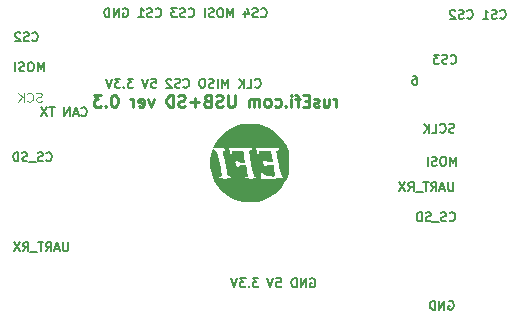
<source format=gbo>
G04 (created by PCBNEW (2013-07-07 BZR 4022)-stable) date 05/03/2014 08:07:49*
%MOIN*%
G04 Gerber Fmt 3.4, Leading zero omitted, Abs format*
%FSLAX34Y34*%
G01*
G70*
G90*
G04 APERTURE LIST*
%ADD10C,0.00590551*%
%ADD11C,0.004925*%
%ADD12C,0.005*%
%ADD13C,0.00984252*%
%ADD14C,0.0001*%
G04 APERTURE END LIST*
G54D10*
G54D11*
X72405Y-63127D02*
X72362Y-63141D01*
X72291Y-63141D01*
X72262Y-63127D01*
X72248Y-63112D01*
X72234Y-63084D01*
X72234Y-63055D01*
X72248Y-63027D01*
X72262Y-63012D01*
X72291Y-62998D01*
X72348Y-62984D01*
X72377Y-62970D01*
X72391Y-62955D01*
X72405Y-62927D01*
X72405Y-62898D01*
X72391Y-62870D01*
X72377Y-62855D01*
X72348Y-62841D01*
X72277Y-62841D01*
X72234Y-62855D01*
X71934Y-63112D02*
X71948Y-63127D01*
X71991Y-63141D01*
X72020Y-63141D01*
X72062Y-63127D01*
X72091Y-63098D01*
X72105Y-63070D01*
X72120Y-63012D01*
X72120Y-62970D01*
X72105Y-62912D01*
X72091Y-62884D01*
X72062Y-62855D01*
X72020Y-62841D01*
X71991Y-62841D01*
X71948Y-62855D01*
X71934Y-62870D01*
X71805Y-63141D02*
X71805Y-62841D01*
X71634Y-63141D02*
X71762Y-62970D01*
X71634Y-62841D02*
X71805Y-63012D01*
G54D12*
X84792Y-62271D02*
X84850Y-62271D01*
X84878Y-62285D01*
X84892Y-62300D01*
X84921Y-62342D01*
X84935Y-62400D01*
X84935Y-62514D01*
X84921Y-62542D01*
X84907Y-62557D01*
X84878Y-62571D01*
X84821Y-62571D01*
X84792Y-62557D01*
X84778Y-62542D01*
X84764Y-62514D01*
X84764Y-62442D01*
X84778Y-62414D01*
X84792Y-62400D01*
X84821Y-62385D01*
X84878Y-62385D01*
X84907Y-62400D01*
X84921Y-62414D01*
X84935Y-62442D01*
X73724Y-63592D02*
X73738Y-63607D01*
X73781Y-63621D01*
X73809Y-63621D01*
X73852Y-63607D01*
X73881Y-63578D01*
X73895Y-63550D01*
X73909Y-63492D01*
X73909Y-63450D01*
X73895Y-63392D01*
X73881Y-63364D01*
X73852Y-63335D01*
X73809Y-63321D01*
X73781Y-63321D01*
X73738Y-63335D01*
X73724Y-63350D01*
X73609Y-63535D02*
X73467Y-63535D01*
X73638Y-63621D02*
X73538Y-63321D01*
X73438Y-63621D01*
X73338Y-63621D02*
X73338Y-63321D01*
X73167Y-63621D01*
X73167Y-63321D01*
X72838Y-63321D02*
X72667Y-63321D01*
X72752Y-63621D02*
X72752Y-63321D01*
X72595Y-63321D02*
X72395Y-63621D01*
X72395Y-63321D02*
X72595Y-63621D01*
X79521Y-62642D02*
X79535Y-62657D01*
X79578Y-62671D01*
X79607Y-62671D01*
X79649Y-62657D01*
X79678Y-62628D01*
X79692Y-62600D01*
X79707Y-62542D01*
X79707Y-62500D01*
X79692Y-62442D01*
X79678Y-62414D01*
X79649Y-62385D01*
X79607Y-62371D01*
X79578Y-62371D01*
X79535Y-62385D01*
X79521Y-62400D01*
X79249Y-62671D02*
X79392Y-62671D01*
X79392Y-62371D01*
X79149Y-62671D02*
X79149Y-62371D01*
X78978Y-62671D02*
X79107Y-62500D01*
X78978Y-62371D02*
X79149Y-62542D01*
X78621Y-62671D02*
X78621Y-62371D01*
X78521Y-62585D01*
X78421Y-62371D01*
X78421Y-62671D01*
X78278Y-62671D02*
X78278Y-62371D01*
X78149Y-62657D02*
X78107Y-62671D01*
X78035Y-62671D01*
X78007Y-62657D01*
X77992Y-62642D01*
X77978Y-62614D01*
X77978Y-62585D01*
X77992Y-62557D01*
X78007Y-62542D01*
X78035Y-62528D01*
X78092Y-62514D01*
X78121Y-62500D01*
X78135Y-62485D01*
X78149Y-62457D01*
X78149Y-62428D01*
X78135Y-62400D01*
X78121Y-62385D01*
X78092Y-62371D01*
X78021Y-62371D01*
X77978Y-62385D01*
X77792Y-62371D02*
X77735Y-62371D01*
X77707Y-62385D01*
X77678Y-62414D01*
X77664Y-62471D01*
X77664Y-62571D01*
X77678Y-62628D01*
X77707Y-62657D01*
X77735Y-62671D01*
X77792Y-62671D01*
X77821Y-62657D01*
X77849Y-62628D01*
X77864Y-62571D01*
X77864Y-62471D01*
X77849Y-62414D01*
X77821Y-62385D01*
X77792Y-62371D01*
X77135Y-62642D02*
X77150Y-62657D01*
X77192Y-62671D01*
X77221Y-62671D01*
X77264Y-62657D01*
X77292Y-62628D01*
X77307Y-62600D01*
X77321Y-62542D01*
X77321Y-62500D01*
X77307Y-62442D01*
X77292Y-62414D01*
X77264Y-62385D01*
X77221Y-62371D01*
X77192Y-62371D01*
X77150Y-62385D01*
X77135Y-62400D01*
X77021Y-62657D02*
X76978Y-62671D01*
X76907Y-62671D01*
X76878Y-62657D01*
X76864Y-62642D01*
X76850Y-62614D01*
X76850Y-62585D01*
X76864Y-62557D01*
X76878Y-62542D01*
X76907Y-62528D01*
X76964Y-62514D01*
X76992Y-62500D01*
X77007Y-62485D01*
X77021Y-62457D01*
X77021Y-62428D01*
X77007Y-62400D01*
X76992Y-62385D01*
X76964Y-62371D01*
X76892Y-62371D01*
X76850Y-62385D01*
X76735Y-62400D02*
X76721Y-62385D01*
X76692Y-62371D01*
X76621Y-62371D01*
X76592Y-62385D01*
X76578Y-62400D01*
X76564Y-62428D01*
X76564Y-62457D01*
X76578Y-62500D01*
X76750Y-62671D01*
X76564Y-62671D01*
X76064Y-62371D02*
X76207Y-62371D01*
X76221Y-62514D01*
X76207Y-62500D01*
X76178Y-62485D01*
X76107Y-62485D01*
X76078Y-62500D01*
X76064Y-62514D01*
X76050Y-62542D01*
X76050Y-62614D01*
X76064Y-62642D01*
X76078Y-62657D01*
X76107Y-62671D01*
X76178Y-62671D01*
X76207Y-62657D01*
X76221Y-62642D01*
X75964Y-62371D02*
X75864Y-62671D01*
X75764Y-62371D01*
X75464Y-62371D02*
X75278Y-62371D01*
X75378Y-62485D01*
X75335Y-62485D01*
X75307Y-62500D01*
X75292Y-62514D01*
X75278Y-62542D01*
X75278Y-62614D01*
X75292Y-62642D01*
X75307Y-62657D01*
X75335Y-62671D01*
X75421Y-62671D01*
X75450Y-62657D01*
X75464Y-62642D01*
X75150Y-62642D02*
X75135Y-62657D01*
X75150Y-62671D01*
X75164Y-62657D01*
X75150Y-62642D01*
X75150Y-62671D01*
X75035Y-62371D02*
X74850Y-62371D01*
X74950Y-62485D01*
X74907Y-62485D01*
X74878Y-62500D01*
X74864Y-62514D01*
X74850Y-62542D01*
X74850Y-62614D01*
X74864Y-62642D01*
X74878Y-62657D01*
X74907Y-62671D01*
X74992Y-62671D01*
X75021Y-62657D01*
X75035Y-62642D01*
X74764Y-62371D02*
X74664Y-62671D01*
X74564Y-62371D01*
X79721Y-60292D02*
X79735Y-60307D01*
X79778Y-60321D01*
X79807Y-60321D01*
X79849Y-60307D01*
X79878Y-60278D01*
X79892Y-60250D01*
X79907Y-60192D01*
X79907Y-60150D01*
X79892Y-60092D01*
X79878Y-60064D01*
X79849Y-60035D01*
X79807Y-60021D01*
X79778Y-60021D01*
X79735Y-60035D01*
X79721Y-60050D01*
X79607Y-60307D02*
X79564Y-60321D01*
X79492Y-60321D01*
X79464Y-60307D01*
X79449Y-60292D01*
X79435Y-60264D01*
X79435Y-60235D01*
X79449Y-60207D01*
X79464Y-60192D01*
X79492Y-60178D01*
X79549Y-60164D01*
X79578Y-60150D01*
X79592Y-60135D01*
X79607Y-60107D01*
X79607Y-60078D01*
X79592Y-60050D01*
X79578Y-60035D01*
X79549Y-60021D01*
X79478Y-60021D01*
X79435Y-60035D01*
X79178Y-60121D02*
X79178Y-60321D01*
X79249Y-60007D02*
X79321Y-60221D01*
X79135Y-60221D01*
X78792Y-60321D02*
X78792Y-60021D01*
X78692Y-60235D01*
X78592Y-60021D01*
X78592Y-60321D01*
X78392Y-60021D02*
X78335Y-60021D01*
X78307Y-60035D01*
X78278Y-60064D01*
X78264Y-60121D01*
X78264Y-60221D01*
X78278Y-60278D01*
X78307Y-60307D01*
X78335Y-60321D01*
X78392Y-60321D01*
X78421Y-60307D01*
X78449Y-60278D01*
X78464Y-60221D01*
X78464Y-60121D01*
X78449Y-60064D01*
X78421Y-60035D01*
X78392Y-60021D01*
X78149Y-60307D02*
X78107Y-60321D01*
X78035Y-60321D01*
X78007Y-60307D01*
X77992Y-60292D01*
X77978Y-60264D01*
X77978Y-60235D01*
X77992Y-60207D01*
X78007Y-60192D01*
X78035Y-60178D01*
X78092Y-60164D01*
X78121Y-60150D01*
X78135Y-60135D01*
X78149Y-60107D01*
X78149Y-60078D01*
X78135Y-60050D01*
X78121Y-60035D01*
X78092Y-60021D01*
X78021Y-60021D01*
X77978Y-60035D01*
X77849Y-60321D02*
X77849Y-60021D01*
X77307Y-60292D02*
X77321Y-60307D01*
X77364Y-60321D01*
X77392Y-60321D01*
X77435Y-60307D01*
X77464Y-60278D01*
X77478Y-60250D01*
X77492Y-60192D01*
X77492Y-60150D01*
X77478Y-60092D01*
X77464Y-60064D01*
X77435Y-60035D01*
X77392Y-60021D01*
X77364Y-60021D01*
X77321Y-60035D01*
X77307Y-60050D01*
X77192Y-60307D02*
X77150Y-60321D01*
X77078Y-60321D01*
X77050Y-60307D01*
X77035Y-60292D01*
X77021Y-60264D01*
X77021Y-60235D01*
X77035Y-60207D01*
X77050Y-60192D01*
X77078Y-60178D01*
X77135Y-60164D01*
X77164Y-60150D01*
X77178Y-60135D01*
X77192Y-60107D01*
X77192Y-60078D01*
X77178Y-60050D01*
X77164Y-60035D01*
X77135Y-60021D01*
X77064Y-60021D01*
X77021Y-60035D01*
X76921Y-60021D02*
X76735Y-60021D01*
X76835Y-60135D01*
X76792Y-60135D01*
X76764Y-60150D01*
X76750Y-60164D01*
X76735Y-60192D01*
X76735Y-60264D01*
X76750Y-60292D01*
X76764Y-60307D01*
X76792Y-60321D01*
X76878Y-60321D01*
X76907Y-60307D01*
X76921Y-60292D01*
X76207Y-60292D02*
X76221Y-60307D01*
X76264Y-60321D01*
X76292Y-60321D01*
X76335Y-60307D01*
X76364Y-60278D01*
X76378Y-60250D01*
X76392Y-60192D01*
X76392Y-60150D01*
X76378Y-60092D01*
X76364Y-60064D01*
X76335Y-60035D01*
X76292Y-60021D01*
X76264Y-60021D01*
X76221Y-60035D01*
X76207Y-60050D01*
X76092Y-60307D02*
X76050Y-60321D01*
X75978Y-60321D01*
X75950Y-60307D01*
X75935Y-60292D01*
X75921Y-60264D01*
X75921Y-60235D01*
X75935Y-60207D01*
X75950Y-60192D01*
X75978Y-60178D01*
X76035Y-60164D01*
X76064Y-60150D01*
X76078Y-60135D01*
X76092Y-60107D01*
X76092Y-60078D01*
X76078Y-60050D01*
X76064Y-60035D01*
X76035Y-60021D01*
X75964Y-60021D01*
X75921Y-60035D01*
X75635Y-60321D02*
X75807Y-60321D01*
X75721Y-60321D02*
X75721Y-60021D01*
X75750Y-60064D01*
X75778Y-60092D01*
X75807Y-60107D01*
X75121Y-60035D02*
X75150Y-60021D01*
X75192Y-60021D01*
X75235Y-60035D01*
X75264Y-60064D01*
X75278Y-60092D01*
X75292Y-60150D01*
X75292Y-60192D01*
X75278Y-60250D01*
X75264Y-60278D01*
X75235Y-60307D01*
X75192Y-60321D01*
X75164Y-60321D01*
X75121Y-60307D01*
X75107Y-60292D01*
X75107Y-60192D01*
X75164Y-60192D01*
X74978Y-60321D02*
X74978Y-60021D01*
X74807Y-60321D01*
X74807Y-60021D01*
X74664Y-60321D02*
X74664Y-60021D01*
X74592Y-60021D01*
X74550Y-60035D01*
X74521Y-60064D01*
X74507Y-60092D01*
X74492Y-60150D01*
X74492Y-60192D01*
X74507Y-60250D01*
X74521Y-60278D01*
X74550Y-60307D01*
X74592Y-60321D01*
X74664Y-60321D01*
X81364Y-69035D02*
X81392Y-69021D01*
X81435Y-69021D01*
X81478Y-69035D01*
X81507Y-69064D01*
X81521Y-69092D01*
X81535Y-69150D01*
X81535Y-69192D01*
X81521Y-69250D01*
X81507Y-69278D01*
X81478Y-69307D01*
X81435Y-69321D01*
X81407Y-69321D01*
X81364Y-69307D01*
X81349Y-69292D01*
X81349Y-69192D01*
X81407Y-69192D01*
X81221Y-69321D02*
X81221Y-69021D01*
X81049Y-69321D01*
X81049Y-69021D01*
X80907Y-69321D02*
X80907Y-69021D01*
X80835Y-69021D01*
X80792Y-69035D01*
X80764Y-69064D01*
X80749Y-69092D01*
X80735Y-69150D01*
X80735Y-69192D01*
X80749Y-69250D01*
X80764Y-69278D01*
X80792Y-69307D01*
X80835Y-69321D01*
X80907Y-69321D01*
X80235Y-69021D02*
X80378Y-69021D01*
X80392Y-69164D01*
X80378Y-69150D01*
X80349Y-69135D01*
X80278Y-69135D01*
X80249Y-69150D01*
X80235Y-69164D01*
X80221Y-69192D01*
X80221Y-69264D01*
X80235Y-69292D01*
X80249Y-69307D01*
X80278Y-69321D01*
X80349Y-69321D01*
X80378Y-69307D01*
X80392Y-69292D01*
X80135Y-69021D02*
X80035Y-69321D01*
X79935Y-69021D01*
X79635Y-69021D02*
X79450Y-69021D01*
X79550Y-69135D01*
X79507Y-69135D01*
X79478Y-69150D01*
X79464Y-69164D01*
X79450Y-69192D01*
X79450Y-69264D01*
X79464Y-69292D01*
X79478Y-69307D01*
X79507Y-69321D01*
X79592Y-69321D01*
X79621Y-69307D01*
X79635Y-69292D01*
X79321Y-69292D02*
X79307Y-69307D01*
X79321Y-69321D01*
X79335Y-69307D01*
X79321Y-69292D01*
X79321Y-69321D01*
X79207Y-69021D02*
X79021Y-69021D01*
X79121Y-69135D01*
X79078Y-69135D01*
X79050Y-69150D01*
X79035Y-69164D01*
X79021Y-69192D01*
X79021Y-69264D01*
X79035Y-69292D01*
X79050Y-69307D01*
X79078Y-69321D01*
X79164Y-69321D01*
X79192Y-69307D01*
X79207Y-69292D01*
X78935Y-69021D02*
X78835Y-69321D01*
X78735Y-69021D01*
X72471Y-62121D02*
X72471Y-61821D01*
X72371Y-62035D01*
X72271Y-61821D01*
X72271Y-62121D01*
X72071Y-61821D02*
X72014Y-61821D01*
X71985Y-61835D01*
X71957Y-61864D01*
X71942Y-61921D01*
X71942Y-62021D01*
X71957Y-62078D01*
X71985Y-62107D01*
X72014Y-62121D01*
X72071Y-62121D01*
X72100Y-62107D01*
X72128Y-62078D01*
X72142Y-62021D01*
X72142Y-61921D01*
X72128Y-61864D01*
X72100Y-61835D01*
X72071Y-61821D01*
X71828Y-62107D02*
X71785Y-62121D01*
X71714Y-62121D01*
X71685Y-62107D01*
X71671Y-62092D01*
X71657Y-62064D01*
X71657Y-62035D01*
X71671Y-62007D01*
X71685Y-61992D01*
X71714Y-61978D01*
X71771Y-61964D01*
X71800Y-61950D01*
X71814Y-61935D01*
X71828Y-61907D01*
X71828Y-61878D01*
X71814Y-61850D01*
X71800Y-61835D01*
X71771Y-61821D01*
X71700Y-61821D01*
X71657Y-61835D01*
X71528Y-62121D02*
X71528Y-61821D01*
X73285Y-67821D02*
X73285Y-68064D01*
X73271Y-68092D01*
X73257Y-68107D01*
X73228Y-68121D01*
X73171Y-68121D01*
X73142Y-68107D01*
X73128Y-68092D01*
X73114Y-68064D01*
X73114Y-67821D01*
X72985Y-68035D02*
X72842Y-68035D01*
X73014Y-68121D02*
X72914Y-67821D01*
X72814Y-68121D01*
X72542Y-68121D02*
X72642Y-67978D01*
X72714Y-68121D02*
X72714Y-67821D01*
X72599Y-67821D01*
X72571Y-67835D01*
X72557Y-67850D01*
X72542Y-67878D01*
X72542Y-67921D01*
X72557Y-67950D01*
X72571Y-67964D01*
X72599Y-67978D01*
X72714Y-67978D01*
X72457Y-67821D02*
X72285Y-67821D01*
X72371Y-68121D02*
X72371Y-67821D01*
X72257Y-68150D02*
X72028Y-68150D01*
X71785Y-68121D02*
X71885Y-67978D01*
X71957Y-68121D02*
X71957Y-67821D01*
X71842Y-67821D01*
X71814Y-67835D01*
X71800Y-67850D01*
X71785Y-67878D01*
X71785Y-67921D01*
X71800Y-67950D01*
X71814Y-67964D01*
X71842Y-67978D01*
X71957Y-67978D01*
X71685Y-67821D02*
X71485Y-68121D01*
X71485Y-67821D02*
X71685Y-68121D01*
X72557Y-65092D02*
X72571Y-65107D01*
X72614Y-65121D01*
X72642Y-65121D01*
X72685Y-65107D01*
X72714Y-65078D01*
X72728Y-65050D01*
X72742Y-64992D01*
X72742Y-64950D01*
X72728Y-64892D01*
X72714Y-64864D01*
X72685Y-64835D01*
X72642Y-64821D01*
X72614Y-64821D01*
X72571Y-64835D01*
X72557Y-64850D01*
X72442Y-65107D02*
X72399Y-65121D01*
X72328Y-65121D01*
X72299Y-65107D01*
X72285Y-65092D01*
X72271Y-65064D01*
X72271Y-65035D01*
X72285Y-65007D01*
X72299Y-64992D01*
X72328Y-64978D01*
X72385Y-64964D01*
X72414Y-64950D01*
X72428Y-64935D01*
X72442Y-64907D01*
X72442Y-64878D01*
X72428Y-64850D01*
X72414Y-64835D01*
X72385Y-64821D01*
X72314Y-64821D01*
X72271Y-64835D01*
X72214Y-65150D02*
X71985Y-65150D01*
X71928Y-65107D02*
X71885Y-65121D01*
X71814Y-65121D01*
X71785Y-65107D01*
X71771Y-65092D01*
X71757Y-65064D01*
X71757Y-65035D01*
X71771Y-65007D01*
X71785Y-64992D01*
X71814Y-64978D01*
X71871Y-64964D01*
X71900Y-64950D01*
X71914Y-64935D01*
X71928Y-64907D01*
X71928Y-64878D01*
X71914Y-64850D01*
X71900Y-64835D01*
X71871Y-64821D01*
X71800Y-64821D01*
X71757Y-64835D01*
X71628Y-65121D02*
X71628Y-64821D01*
X71557Y-64821D01*
X71514Y-64835D01*
X71485Y-64864D01*
X71471Y-64892D01*
X71457Y-64950D01*
X71457Y-64992D01*
X71471Y-65050D01*
X71485Y-65078D01*
X71514Y-65107D01*
X71557Y-65121D01*
X71628Y-65121D01*
X85978Y-69785D02*
X86007Y-69771D01*
X86050Y-69771D01*
X86092Y-69785D01*
X86121Y-69814D01*
X86135Y-69842D01*
X86150Y-69900D01*
X86150Y-69942D01*
X86135Y-70000D01*
X86121Y-70028D01*
X86092Y-70057D01*
X86050Y-70071D01*
X86021Y-70071D01*
X85978Y-70057D01*
X85964Y-70042D01*
X85964Y-69942D01*
X86021Y-69942D01*
X85835Y-70071D02*
X85835Y-69771D01*
X85664Y-70071D01*
X85664Y-69771D01*
X85521Y-70071D02*
X85521Y-69771D01*
X85450Y-69771D01*
X85407Y-69785D01*
X85378Y-69814D01*
X85364Y-69842D01*
X85350Y-69900D01*
X85350Y-69942D01*
X85364Y-70000D01*
X85378Y-70028D01*
X85407Y-70057D01*
X85450Y-70071D01*
X85521Y-70071D01*
X86007Y-67092D02*
X86021Y-67107D01*
X86064Y-67121D01*
X86092Y-67121D01*
X86135Y-67107D01*
X86164Y-67078D01*
X86178Y-67050D01*
X86192Y-66992D01*
X86192Y-66950D01*
X86178Y-66892D01*
X86164Y-66864D01*
X86135Y-66835D01*
X86092Y-66821D01*
X86064Y-66821D01*
X86021Y-66835D01*
X86007Y-66850D01*
X85892Y-67107D02*
X85849Y-67121D01*
X85778Y-67121D01*
X85749Y-67107D01*
X85735Y-67092D01*
X85721Y-67064D01*
X85721Y-67035D01*
X85735Y-67007D01*
X85749Y-66992D01*
X85778Y-66978D01*
X85835Y-66964D01*
X85864Y-66950D01*
X85878Y-66935D01*
X85892Y-66907D01*
X85892Y-66878D01*
X85878Y-66850D01*
X85864Y-66835D01*
X85835Y-66821D01*
X85764Y-66821D01*
X85721Y-66835D01*
X85664Y-67150D02*
X85435Y-67150D01*
X85378Y-67107D02*
X85335Y-67121D01*
X85264Y-67121D01*
X85235Y-67107D01*
X85221Y-67092D01*
X85207Y-67064D01*
X85207Y-67035D01*
X85221Y-67007D01*
X85235Y-66992D01*
X85264Y-66978D01*
X85321Y-66964D01*
X85350Y-66950D01*
X85364Y-66935D01*
X85378Y-66907D01*
X85378Y-66878D01*
X85364Y-66850D01*
X85350Y-66835D01*
X85321Y-66821D01*
X85250Y-66821D01*
X85207Y-66835D01*
X85078Y-67121D02*
X85078Y-66821D01*
X85007Y-66821D01*
X84964Y-66835D01*
X84935Y-66864D01*
X84921Y-66892D01*
X84907Y-66950D01*
X84907Y-66992D01*
X84921Y-67050D01*
X84935Y-67078D01*
X84964Y-67107D01*
X85007Y-67121D01*
X85078Y-67121D01*
X86135Y-65821D02*
X86135Y-66064D01*
X86121Y-66092D01*
X86107Y-66107D01*
X86078Y-66121D01*
X86021Y-66121D01*
X85992Y-66107D01*
X85978Y-66092D01*
X85964Y-66064D01*
X85964Y-65821D01*
X85835Y-66035D02*
X85692Y-66035D01*
X85864Y-66121D02*
X85764Y-65821D01*
X85664Y-66121D01*
X85392Y-66121D02*
X85492Y-65978D01*
X85564Y-66121D02*
X85564Y-65821D01*
X85449Y-65821D01*
X85421Y-65835D01*
X85407Y-65850D01*
X85392Y-65878D01*
X85392Y-65921D01*
X85407Y-65950D01*
X85421Y-65964D01*
X85449Y-65978D01*
X85564Y-65978D01*
X85307Y-65821D02*
X85135Y-65821D01*
X85221Y-66121D02*
X85221Y-65821D01*
X85107Y-66150D02*
X84878Y-66150D01*
X84635Y-66121D02*
X84735Y-65978D01*
X84807Y-66121D02*
X84807Y-65821D01*
X84692Y-65821D01*
X84664Y-65835D01*
X84650Y-65850D01*
X84635Y-65878D01*
X84635Y-65921D01*
X84650Y-65950D01*
X84664Y-65964D01*
X84692Y-65978D01*
X84807Y-65978D01*
X84535Y-65821D02*
X84335Y-66121D01*
X84335Y-65821D02*
X84535Y-66121D01*
X72092Y-61092D02*
X72107Y-61107D01*
X72150Y-61121D01*
X72178Y-61121D01*
X72221Y-61107D01*
X72250Y-61078D01*
X72264Y-61050D01*
X72278Y-60992D01*
X72278Y-60950D01*
X72264Y-60892D01*
X72250Y-60864D01*
X72221Y-60835D01*
X72178Y-60821D01*
X72150Y-60821D01*
X72107Y-60835D01*
X72092Y-60850D01*
X71978Y-61107D02*
X71935Y-61121D01*
X71864Y-61121D01*
X71835Y-61107D01*
X71821Y-61092D01*
X71807Y-61064D01*
X71807Y-61035D01*
X71821Y-61007D01*
X71835Y-60992D01*
X71864Y-60978D01*
X71921Y-60964D01*
X71950Y-60950D01*
X71964Y-60935D01*
X71978Y-60907D01*
X71978Y-60878D01*
X71964Y-60850D01*
X71950Y-60835D01*
X71921Y-60821D01*
X71850Y-60821D01*
X71807Y-60835D01*
X71692Y-60850D02*
X71678Y-60835D01*
X71650Y-60821D01*
X71578Y-60821D01*
X71550Y-60835D01*
X71535Y-60850D01*
X71521Y-60878D01*
X71521Y-60907D01*
X71535Y-60950D01*
X71707Y-61121D01*
X71521Y-61121D01*
X86221Y-65271D02*
X86221Y-64971D01*
X86121Y-65185D01*
X86021Y-64971D01*
X86021Y-65271D01*
X85821Y-64971D02*
X85764Y-64971D01*
X85735Y-64985D01*
X85707Y-65014D01*
X85692Y-65071D01*
X85692Y-65171D01*
X85707Y-65228D01*
X85735Y-65257D01*
X85764Y-65271D01*
X85821Y-65271D01*
X85850Y-65257D01*
X85878Y-65228D01*
X85892Y-65171D01*
X85892Y-65071D01*
X85878Y-65014D01*
X85850Y-64985D01*
X85821Y-64971D01*
X85578Y-65257D02*
X85535Y-65271D01*
X85464Y-65271D01*
X85435Y-65257D01*
X85421Y-65242D01*
X85407Y-65214D01*
X85407Y-65185D01*
X85421Y-65157D01*
X85435Y-65142D01*
X85464Y-65128D01*
X85521Y-65114D01*
X85550Y-65100D01*
X85564Y-65085D01*
X85578Y-65057D01*
X85578Y-65028D01*
X85564Y-65000D01*
X85550Y-64985D01*
X85521Y-64971D01*
X85450Y-64971D01*
X85407Y-64985D01*
X85278Y-65271D02*
X85278Y-64971D01*
X86157Y-64157D02*
X86114Y-64171D01*
X86042Y-64171D01*
X86014Y-64157D01*
X85999Y-64142D01*
X85985Y-64114D01*
X85985Y-64085D01*
X85999Y-64057D01*
X86014Y-64042D01*
X86042Y-64028D01*
X86099Y-64014D01*
X86128Y-64000D01*
X86142Y-63985D01*
X86157Y-63957D01*
X86157Y-63928D01*
X86142Y-63900D01*
X86128Y-63885D01*
X86099Y-63871D01*
X86028Y-63871D01*
X85985Y-63885D01*
X85685Y-64142D02*
X85700Y-64157D01*
X85742Y-64171D01*
X85771Y-64171D01*
X85814Y-64157D01*
X85842Y-64128D01*
X85857Y-64100D01*
X85871Y-64042D01*
X85871Y-64000D01*
X85857Y-63942D01*
X85842Y-63914D01*
X85814Y-63885D01*
X85771Y-63871D01*
X85742Y-63871D01*
X85700Y-63885D01*
X85685Y-63900D01*
X85414Y-64171D02*
X85557Y-64171D01*
X85557Y-63871D01*
X85314Y-64171D02*
X85314Y-63871D01*
X85142Y-64171D02*
X85271Y-64000D01*
X85142Y-63871D02*
X85314Y-64042D01*
X86042Y-61842D02*
X86057Y-61857D01*
X86100Y-61871D01*
X86128Y-61871D01*
X86171Y-61857D01*
X86200Y-61828D01*
X86214Y-61800D01*
X86228Y-61742D01*
X86228Y-61700D01*
X86214Y-61642D01*
X86200Y-61614D01*
X86171Y-61585D01*
X86128Y-61571D01*
X86100Y-61571D01*
X86057Y-61585D01*
X86042Y-61600D01*
X85928Y-61857D02*
X85885Y-61871D01*
X85814Y-61871D01*
X85785Y-61857D01*
X85771Y-61842D01*
X85757Y-61814D01*
X85757Y-61785D01*
X85771Y-61757D01*
X85785Y-61742D01*
X85814Y-61728D01*
X85871Y-61714D01*
X85900Y-61700D01*
X85914Y-61685D01*
X85928Y-61657D01*
X85928Y-61628D01*
X85914Y-61600D01*
X85900Y-61585D01*
X85871Y-61571D01*
X85800Y-61571D01*
X85757Y-61585D01*
X85657Y-61571D02*
X85471Y-61571D01*
X85571Y-61685D01*
X85528Y-61685D01*
X85500Y-61700D01*
X85485Y-61714D01*
X85471Y-61742D01*
X85471Y-61814D01*
X85485Y-61842D01*
X85500Y-61857D01*
X85528Y-61871D01*
X85614Y-61871D01*
X85642Y-61857D01*
X85657Y-61842D01*
X87692Y-60342D02*
X87707Y-60357D01*
X87749Y-60371D01*
X87778Y-60371D01*
X87821Y-60357D01*
X87849Y-60328D01*
X87864Y-60300D01*
X87878Y-60242D01*
X87878Y-60200D01*
X87864Y-60142D01*
X87849Y-60114D01*
X87821Y-60085D01*
X87778Y-60071D01*
X87749Y-60071D01*
X87707Y-60085D01*
X87692Y-60100D01*
X87578Y-60357D02*
X87535Y-60371D01*
X87464Y-60371D01*
X87435Y-60357D01*
X87421Y-60342D01*
X87407Y-60314D01*
X87407Y-60285D01*
X87421Y-60257D01*
X87435Y-60242D01*
X87464Y-60228D01*
X87521Y-60214D01*
X87549Y-60200D01*
X87564Y-60185D01*
X87578Y-60157D01*
X87578Y-60128D01*
X87564Y-60100D01*
X87549Y-60085D01*
X87521Y-60071D01*
X87449Y-60071D01*
X87407Y-60085D01*
X87121Y-60371D02*
X87292Y-60371D01*
X87207Y-60371D02*
X87207Y-60071D01*
X87235Y-60114D01*
X87264Y-60142D01*
X87292Y-60157D01*
X86592Y-60342D02*
X86607Y-60357D01*
X86650Y-60371D01*
X86678Y-60371D01*
X86721Y-60357D01*
X86750Y-60328D01*
X86764Y-60300D01*
X86778Y-60242D01*
X86778Y-60200D01*
X86764Y-60142D01*
X86750Y-60114D01*
X86721Y-60085D01*
X86678Y-60071D01*
X86650Y-60071D01*
X86607Y-60085D01*
X86592Y-60100D01*
X86478Y-60357D02*
X86435Y-60371D01*
X86364Y-60371D01*
X86335Y-60357D01*
X86321Y-60342D01*
X86307Y-60314D01*
X86307Y-60285D01*
X86321Y-60257D01*
X86335Y-60242D01*
X86364Y-60228D01*
X86421Y-60214D01*
X86450Y-60200D01*
X86464Y-60185D01*
X86478Y-60157D01*
X86478Y-60128D01*
X86464Y-60100D01*
X86450Y-60085D01*
X86421Y-60071D01*
X86350Y-60071D01*
X86307Y-60085D01*
X86192Y-60100D02*
X86178Y-60085D01*
X86150Y-60071D01*
X86078Y-60071D01*
X86050Y-60085D01*
X86035Y-60100D01*
X86021Y-60128D01*
X86021Y-60157D01*
X86035Y-60200D01*
X86207Y-60371D01*
X86021Y-60371D01*
G54D13*
X82230Y-63309D02*
X82230Y-63046D01*
X82230Y-63121D02*
X82211Y-63084D01*
X82193Y-63065D01*
X82155Y-63046D01*
X82118Y-63046D01*
X81818Y-63046D02*
X81818Y-63309D01*
X81987Y-63046D02*
X81987Y-63253D01*
X81968Y-63290D01*
X81930Y-63309D01*
X81874Y-63309D01*
X81837Y-63290D01*
X81818Y-63271D01*
X81649Y-63290D02*
X81612Y-63309D01*
X81537Y-63309D01*
X81499Y-63290D01*
X81480Y-63253D01*
X81480Y-63234D01*
X81499Y-63196D01*
X81537Y-63178D01*
X81593Y-63178D01*
X81630Y-63159D01*
X81649Y-63121D01*
X81649Y-63103D01*
X81630Y-63065D01*
X81593Y-63046D01*
X81537Y-63046D01*
X81499Y-63065D01*
X81312Y-63103D02*
X81180Y-63103D01*
X81124Y-63309D02*
X81312Y-63309D01*
X81312Y-62915D01*
X81124Y-62915D01*
X81012Y-63046D02*
X80862Y-63046D01*
X80955Y-63309D02*
X80955Y-62971D01*
X80937Y-62934D01*
X80899Y-62915D01*
X80862Y-62915D01*
X80730Y-63309D02*
X80730Y-63046D01*
X80730Y-62915D02*
X80749Y-62934D01*
X80730Y-62953D01*
X80712Y-62934D01*
X80730Y-62915D01*
X80730Y-62953D01*
X80543Y-63271D02*
X80524Y-63290D01*
X80543Y-63309D01*
X80562Y-63290D01*
X80543Y-63271D01*
X80543Y-63309D01*
X80187Y-63290D02*
X80224Y-63309D01*
X80299Y-63309D01*
X80337Y-63290D01*
X80355Y-63271D01*
X80374Y-63234D01*
X80374Y-63121D01*
X80355Y-63084D01*
X80337Y-63065D01*
X80299Y-63046D01*
X80224Y-63046D01*
X80187Y-63065D01*
X79962Y-63309D02*
X79999Y-63290D01*
X80018Y-63271D01*
X80037Y-63234D01*
X80037Y-63121D01*
X80018Y-63084D01*
X79999Y-63065D01*
X79962Y-63046D01*
X79906Y-63046D01*
X79868Y-63065D01*
X79849Y-63084D01*
X79831Y-63121D01*
X79831Y-63234D01*
X79849Y-63271D01*
X79868Y-63290D01*
X79906Y-63309D01*
X79962Y-63309D01*
X79662Y-63309D02*
X79662Y-63046D01*
X79662Y-63084D02*
X79643Y-63065D01*
X79606Y-63046D01*
X79549Y-63046D01*
X79512Y-63065D01*
X79493Y-63103D01*
X79493Y-63309D01*
X79493Y-63103D02*
X79474Y-63065D01*
X79437Y-63046D01*
X79381Y-63046D01*
X79343Y-63065D01*
X79324Y-63103D01*
X79324Y-63309D01*
X78837Y-62915D02*
X78837Y-63234D01*
X78818Y-63271D01*
X78799Y-63290D01*
X78762Y-63309D01*
X78687Y-63309D01*
X78649Y-63290D01*
X78631Y-63271D01*
X78612Y-63234D01*
X78612Y-62915D01*
X78443Y-63290D02*
X78387Y-63309D01*
X78293Y-63309D01*
X78256Y-63290D01*
X78237Y-63271D01*
X78218Y-63234D01*
X78218Y-63196D01*
X78237Y-63159D01*
X78256Y-63140D01*
X78293Y-63121D01*
X78368Y-63103D01*
X78406Y-63084D01*
X78424Y-63065D01*
X78443Y-63028D01*
X78443Y-62990D01*
X78424Y-62953D01*
X78406Y-62934D01*
X78368Y-62915D01*
X78274Y-62915D01*
X78218Y-62934D01*
X77918Y-63103D02*
X77862Y-63121D01*
X77843Y-63140D01*
X77825Y-63178D01*
X77825Y-63234D01*
X77843Y-63271D01*
X77862Y-63290D01*
X77900Y-63309D01*
X78050Y-63309D01*
X78050Y-62915D01*
X77918Y-62915D01*
X77881Y-62934D01*
X77862Y-62953D01*
X77843Y-62990D01*
X77843Y-63028D01*
X77862Y-63065D01*
X77881Y-63084D01*
X77918Y-63103D01*
X78050Y-63103D01*
X77656Y-63159D02*
X77356Y-63159D01*
X77506Y-63309D02*
X77506Y-63009D01*
X77187Y-63290D02*
X77131Y-63309D01*
X77037Y-63309D01*
X77000Y-63290D01*
X76981Y-63271D01*
X76962Y-63234D01*
X76962Y-63196D01*
X76981Y-63159D01*
X77000Y-63140D01*
X77037Y-63121D01*
X77112Y-63103D01*
X77150Y-63084D01*
X77168Y-63065D01*
X77187Y-63028D01*
X77187Y-62990D01*
X77168Y-62953D01*
X77150Y-62934D01*
X77112Y-62915D01*
X77018Y-62915D01*
X76962Y-62934D01*
X76793Y-63309D02*
X76793Y-62915D01*
X76700Y-62915D01*
X76643Y-62934D01*
X76606Y-62971D01*
X76587Y-63009D01*
X76568Y-63084D01*
X76568Y-63140D01*
X76587Y-63215D01*
X76606Y-63253D01*
X76643Y-63290D01*
X76700Y-63309D01*
X76793Y-63309D01*
X76137Y-63046D02*
X76044Y-63309D01*
X75950Y-63046D01*
X75650Y-63290D02*
X75687Y-63309D01*
X75762Y-63309D01*
X75800Y-63290D01*
X75819Y-63253D01*
X75819Y-63103D01*
X75800Y-63065D01*
X75762Y-63046D01*
X75687Y-63046D01*
X75650Y-63065D01*
X75631Y-63103D01*
X75631Y-63140D01*
X75819Y-63178D01*
X75462Y-63309D02*
X75462Y-63046D01*
X75462Y-63121D02*
X75444Y-63084D01*
X75425Y-63065D01*
X75387Y-63046D01*
X75350Y-63046D01*
X74844Y-62915D02*
X74806Y-62915D01*
X74769Y-62934D01*
X74750Y-62953D01*
X74731Y-62990D01*
X74712Y-63065D01*
X74712Y-63159D01*
X74731Y-63234D01*
X74750Y-63271D01*
X74769Y-63290D01*
X74806Y-63309D01*
X74844Y-63309D01*
X74881Y-63290D01*
X74900Y-63271D01*
X74919Y-63234D01*
X74937Y-63159D01*
X74937Y-63065D01*
X74919Y-62990D01*
X74900Y-62953D01*
X74881Y-62934D01*
X74844Y-62915D01*
X74544Y-63271D02*
X74525Y-63290D01*
X74544Y-63309D01*
X74562Y-63290D01*
X74544Y-63271D01*
X74544Y-63309D01*
X74394Y-62915D02*
X74150Y-62915D01*
X74281Y-63065D01*
X74225Y-63065D01*
X74188Y-63084D01*
X74169Y-63103D01*
X74150Y-63140D01*
X74150Y-63234D01*
X74169Y-63271D01*
X74188Y-63290D01*
X74225Y-63309D01*
X74337Y-63309D01*
X74375Y-63290D01*
X74394Y-63271D01*
G54D14*
G36*
X80667Y-65183D02*
X80665Y-65350D01*
X80659Y-65469D01*
X80644Y-65558D01*
X80619Y-65635D01*
X80579Y-65720D01*
X80574Y-65730D01*
X80500Y-65846D01*
X80500Y-65667D01*
X80451Y-65635D01*
X80436Y-65633D01*
X80408Y-65600D01*
X80374Y-65502D01*
X80335Y-65338D01*
X80319Y-65258D01*
X80288Y-65103D01*
X80261Y-64968D01*
X80240Y-64869D01*
X80229Y-64825D01*
X80235Y-64776D01*
X80264Y-64767D01*
X80310Y-64741D01*
X80317Y-64717D01*
X80306Y-64694D01*
X80268Y-64680D01*
X80192Y-64671D01*
X80068Y-64667D01*
X79939Y-64667D01*
X79561Y-64667D01*
X79576Y-64767D01*
X79599Y-64837D01*
X79635Y-64866D01*
X79636Y-64867D01*
X79666Y-64843D01*
X79662Y-64816D01*
X79662Y-64788D01*
X79700Y-64773D01*
X79786Y-64767D01*
X79841Y-64767D01*
X80039Y-64767D01*
X80072Y-64950D01*
X80105Y-65133D01*
X79977Y-65133D01*
X79896Y-65125D01*
X79852Y-65106D01*
X79850Y-65100D01*
X79823Y-65070D01*
X79804Y-65067D01*
X79775Y-65085D01*
X79776Y-65150D01*
X79780Y-65172D01*
X79805Y-65240D01*
X79839Y-65288D01*
X79870Y-65302D01*
X79883Y-65270D01*
X79883Y-65269D01*
X79913Y-65246D01*
X79986Y-65234D01*
X80014Y-65233D01*
X80145Y-65233D01*
X80168Y-65418D01*
X80178Y-65522D01*
X80178Y-65598D01*
X80173Y-65621D01*
X80125Y-65633D01*
X80043Y-65627D01*
X79949Y-65609D01*
X79867Y-65584D01*
X79820Y-65556D01*
X79817Y-65547D01*
X79790Y-65505D01*
X79767Y-65500D01*
X79727Y-65530D01*
X79717Y-65600D01*
X79717Y-65700D01*
X80118Y-65700D01*
X80303Y-65697D01*
X80429Y-65690D01*
X80493Y-65677D01*
X80500Y-65667D01*
X80500Y-65846D01*
X80404Y-65998D01*
X80199Y-66210D01*
X79960Y-66365D01*
X79752Y-66446D01*
X79583Y-66479D01*
X79583Y-65667D01*
X79556Y-65637D01*
X79533Y-65633D01*
X79489Y-65627D01*
X79483Y-65621D01*
X79477Y-65586D01*
X79460Y-65498D01*
X79434Y-65370D01*
X79403Y-65216D01*
X79400Y-65200D01*
X79364Y-65023D01*
X79339Y-64902D01*
X79326Y-64826D01*
X79323Y-64785D01*
X79329Y-64768D01*
X79344Y-64765D01*
X79367Y-64767D01*
X79411Y-64740D01*
X79417Y-64717D01*
X79406Y-64694D01*
X79368Y-64680D01*
X79292Y-64671D01*
X79168Y-64667D01*
X79039Y-64667D01*
X78661Y-64667D01*
X78676Y-64767D01*
X78699Y-64837D01*
X78735Y-64866D01*
X78736Y-64867D01*
X78766Y-64843D01*
X78762Y-64817D01*
X78763Y-64787D01*
X78801Y-64772D01*
X78890Y-64767D01*
X78928Y-64767D01*
X79032Y-64771D01*
X79106Y-64783D01*
X79129Y-64793D01*
X79143Y-64840D01*
X79159Y-64928D01*
X79169Y-64993D01*
X79192Y-65167D01*
X79077Y-65167D01*
X78988Y-65156D01*
X78926Y-65129D01*
X78924Y-65127D01*
X78880Y-65100D01*
X78865Y-65133D01*
X78873Y-65208D01*
X78900Y-65267D01*
X78939Y-65300D01*
X78973Y-65298D01*
X78983Y-65267D01*
X79011Y-65242D01*
X79076Y-65233D01*
X79151Y-65240D01*
X79211Y-65261D01*
X79227Y-65279D01*
X79242Y-65338D01*
X79260Y-65434D01*
X79268Y-65479D01*
X79278Y-65574D01*
X79271Y-65620D01*
X79241Y-65633D01*
X79237Y-65633D01*
X79190Y-65650D01*
X79183Y-65667D01*
X79214Y-65684D01*
X79293Y-65696D01*
X79383Y-65700D01*
X79490Y-65695D01*
X79562Y-65682D01*
X79583Y-65667D01*
X79583Y-66479D01*
X79575Y-66481D01*
X79370Y-66495D01*
X79165Y-66488D01*
X78989Y-66460D01*
X78959Y-66451D01*
X78724Y-66347D01*
X78502Y-66193D01*
X78312Y-66002D01*
X78169Y-65789D01*
X78157Y-65764D01*
X78081Y-65558D01*
X78035Y-65327D01*
X78025Y-65105D01*
X78030Y-65044D01*
X78051Y-64910D01*
X78078Y-64802D01*
X78107Y-64732D01*
X78135Y-64713D01*
X78143Y-64721D01*
X78194Y-64763D01*
X78214Y-64772D01*
X78244Y-64813D01*
X78280Y-64919D01*
X78320Y-65085D01*
X78337Y-65168D01*
X78373Y-65351D01*
X78396Y-65478D01*
X78408Y-65560D01*
X78409Y-65606D01*
X78399Y-65627D01*
X78380Y-65633D01*
X78367Y-65633D01*
X78322Y-65651D01*
X78317Y-65667D01*
X78347Y-65684D01*
X78426Y-65696D01*
X78517Y-65700D01*
X78630Y-65694D01*
X78700Y-65678D01*
X78719Y-65656D01*
X78680Y-65632D01*
X78656Y-65625D01*
X78625Y-65603D01*
X78598Y-65549D01*
X78571Y-65451D01*
X78541Y-65299D01*
X78538Y-65280D01*
X78511Y-65128D01*
X78486Y-64993D01*
X78467Y-64892D01*
X78461Y-64858D01*
X78456Y-64790D01*
X78487Y-64767D01*
X78495Y-64766D01*
X78532Y-64746D01*
X78529Y-64716D01*
X78495Y-64686D01*
X78418Y-64670D01*
X78310Y-64666D01*
X78111Y-64667D01*
X78186Y-64542D01*
X78335Y-64341D01*
X78526Y-64158D01*
X78737Y-64014D01*
X78783Y-63990D01*
X78883Y-63942D01*
X78966Y-63912D01*
X79052Y-63894D01*
X79159Y-63886D01*
X79308Y-63884D01*
X79366Y-63884D01*
X79533Y-63886D01*
X79653Y-63892D01*
X79744Y-63907D01*
X79825Y-63934D01*
X79916Y-63975D01*
X79931Y-63982D01*
X80141Y-64115D01*
X80336Y-64293D01*
X80498Y-64496D01*
X80571Y-64622D01*
X80614Y-64715D01*
X80642Y-64796D01*
X80657Y-64885D01*
X80665Y-65001D01*
X80666Y-65163D01*
X80667Y-65183D01*
X80667Y-65183D01*
X80667Y-65183D01*
G37*
M02*

</source>
